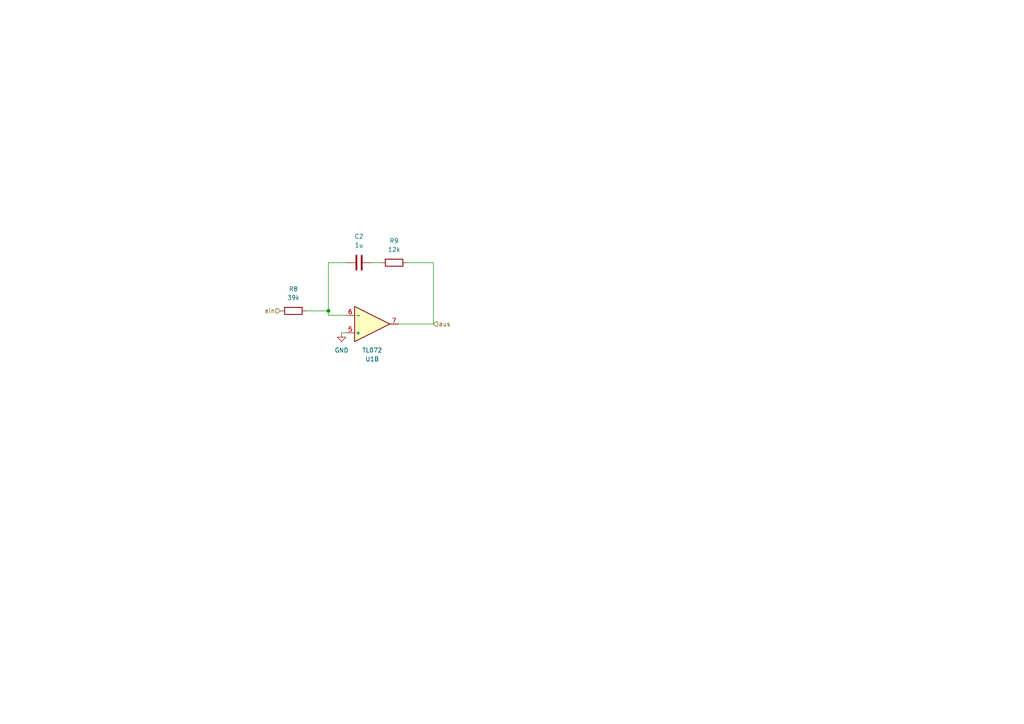
<source format=kicad_sch>
(kicad_sch
	(version 20231120)
	(generator "eeschema")
	(generator_version "8.0")
	(uuid "03811c38-2663-4007-a774-4afa7fa7ba61")
	(paper "A4")
	(lib_symbols
		(symbol "Amplifier_Operational:TL072"
			(pin_names
				(offset 0.127)
			)
			(exclude_from_sim no)
			(in_bom yes)
			(on_board yes)
			(property "Reference" "U"
				(at 0 5.08 0)
				(effects
					(font
						(size 1.27 1.27)
					)
					(justify left)
				)
			)
			(property "Value" "TL072"
				(at 0 -5.08 0)
				(effects
					(font
						(size 1.27 1.27)
					)
					(justify left)
				)
			)
			(property "Footprint" ""
				(at 0 0 0)
				(effects
					(font
						(size 1.27 1.27)
					)
					(hide yes)
				)
			)
			(property "Datasheet" "http://www.ti.com/lit/ds/symlink/tl071.pdf"
				(at 0 0 0)
				(effects
					(font
						(size 1.27 1.27)
					)
					(hide yes)
				)
			)
			(property "Description" "Dual Low-Noise JFET-Input Operational Amplifiers, DIP-8/SOIC-8"
				(at 0 0 0)
				(effects
					(font
						(size 1.27 1.27)
					)
					(hide yes)
				)
			)
			(property "ki_locked" ""
				(at 0 0 0)
				(effects
					(font
						(size 1.27 1.27)
					)
				)
			)
			(property "ki_keywords" "dual opamp"
				(at 0 0 0)
				(effects
					(font
						(size 1.27 1.27)
					)
					(hide yes)
				)
			)
			(property "ki_fp_filters" "SOIC*3.9x4.9mm*P1.27mm* DIP*W7.62mm* TO*99* OnSemi*Micro8* TSSOP*3x3mm*P0.65mm* TSSOP*4.4x3mm*P0.65mm* MSOP*3x3mm*P0.65mm* SSOP*3.9x4.9mm*P0.635mm* LFCSP*2x2mm*P0.5mm* *SIP* SOIC*5.3x6.2mm*P1.27mm*"
				(at 0 0 0)
				(effects
					(font
						(size 1.27 1.27)
					)
					(hide yes)
				)
			)
			(symbol "TL072_1_1"
				(polyline
					(pts
						(xy -5.08 5.08) (xy 5.08 0) (xy -5.08 -5.08) (xy -5.08 5.08)
					)
					(stroke
						(width 0.254)
						(type default)
					)
					(fill
						(type background)
					)
				)
				(pin output line
					(at 7.62 0 180)
					(length 2.54)
					(name "~"
						(effects
							(font
								(size 1.27 1.27)
							)
						)
					)
					(number "1"
						(effects
							(font
								(size 1.27 1.27)
							)
						)
					)
				)
				(pin input line
					(at -7.62 -2.54 0)
					(length 2.54)
					(name "-"
						(effects
							(font
								(size 1.27 1.27)
							)
						)
					)
					(number "2"
						(effects
							(font
								(size 1.27 1.27)
							)
						)
					)
				)
				(pin input line
					(at -7.62 2.54 0)
					(length 2.54)
					(name "+"
						(effects
							(font
								(size 1.27 1.27)
							)
						)
					)
					(number "3"
						(effects
							(font
								(size 1.27 1.27)
							)
						)
					)
				)
			)
			(symbol "TL072_2_1"
				(polyline
					(pts
						(xy -5.08 5.08) (xy 5.08 0) (xy -5.08 -5.08) (xy -5.08 5.08)
					)
					(stroke
						(width 0.254)
						(type default)
					)
					(fill
						(type background)
					)
				)
				(pin input line
					(at -7.62 2.54 0)
					(length 2.54)
					(name "+"
						(effects
							(font
								(size 1.27 1.27)
							)
						)
					)
					(number "5"
						(effects
							(font
								(size 1.27 1.27)
							)
						)
					)
				)
				(pin input line
					(at -7.62 -2.54 0)
					(length 2.54)
					(name "-"
						(effects
							(font
								(size 1.27 1.27)
							)
						)
					)
					(number "6"
						(effects
							(font
								(size 1.27 1.27)
							)
						)
					)
				)
				(pin output line
					(at 7.62 0 180)
					(length 2.54)
					(name "~"
						(effects
							(font
								(size 1.27 1.27)
							)
						)
					)
					(number "7"
						(effects
							(font
								(size 1.27 1.27)
							)
						)
					)
				)
			)
			(symbol "TL072_3_1"
				(pin power_in line
					(at -2.54 -7.62 90)
					(length 3.81)
					(name "V-"
						(effects
							(font
								(size 1.27 1.27)
							)
						)
					)
					(number "4"
						(effects
							(font
								(size 1.27 1.27)
							)
						)
					)
				)
				(pin power_in line
					(at -2.54 7.62 270)
					(length 3.81)
					(name "V+"
						(effects
							(font
								(size 1.27 1.27)
							)
						)
					)
					(number "8"
						(effects
							(font
								(size 1.27 1.27)
							)
						)
					)
				)
			)
		)
		(symbol "Device:C"
			(pin_numbers hide)
			(pin_names
				(offset 0.254)
			)
			(exclude_from_sim no)
			(in_bom yes)
			(on_board yes)
			(property "Reference" "C"
				(at 0.635 2.54 0)
				(effects
					(font
						(size 1.27 1.27)
					)
					(justify left)
				)
			)
			(property "Value" "C"
				(at 0.635 -2.54 0)
				(effects
					(font
						(size 1.27 1.27)
					)
					(justify left)
				)
			)
			(property "Footprint" ""
				(at 0.9652 -3.81 0)
				(effects
					(font
						(size 1.27 1.27)
					)
					(hide yes)
				)
			)
			(property "Datasheet" "~"
				(at 0 0 0)
				(effects
					(font
						(size 1.27 1.27)
					)
					(hide yes)
				)
			)
			(property "Description" "Unpolarized capacitor"
				(at 0 0 0)
				(effects
					(font
						(size 1.27 1.27)
					)
					(hide yes)
				)
			)
			(property "ki_keywords" "cap capacitor"
				(at 0 0 0)
				(effects
					(font
						(size 1.27 1.27)
					)
					(hide yes)
				)
			)
			(property "ki_fp_filters" "C_*"
				(at 0 0 0)
				(effects
					(font
						(size 1.27 1.27)
					)
					(hide yes)
				)
			)
			(symbol "C_0_1"
				(polyline
					(pts
						(xy -2.032 -0.762) (xy 2.032 -0.762)
					)
					(stroke
						(width 0.508)
						(type default)
					)
					(fill
						(type none)
					)
				)
				(polyline
					(pts
						(xy -2.032 0.762) (xy 2.032 0.762)
					)
					(stroke
						(width 0.508)
						(type default)
					)
					(fill
						(type none)
					)
				)
			)
			(symbol "C_1_1"
				(pin passive line
					(at 0 3.81 270)
					(length 2.794)
					(name "~"
						(effects
							(font
								(size 1.27 1.27)
							)
						)
					)
					(number "1"
						(effects
							(font
								(size 1.27 1.27)
							)
						)
					)
				)
				(pin passive line
					(at 0 -3.81 90)
					(length 2.794)
					(name "~"
						(effects
							(font
								(size 1.27 1.27)
							)
						)
					)
					(number "2"
						(effects
							(font
								(size 1.27 1.27)
							)
						)
					)
				)
			)
		)
		(symbol "Device:R"
			(pin_numbers hide)
			(pin_names
				(offset 0)
			)
			(exclude_from_sim no)
			(in_bom yes)
			(on_board yes)
			(property "Reference" "R"
				(at 2.032 0 90)
				(effects
					(font
						(size 1.27 1.27)
					)
				)
			)
			(property "Value" "R"
				(at 0 0 90)
				(effects
					(font
						(size 1.27 1.27)
					)
				)
			)
			(property "Footprint" ""
				(at -1.778 0 90)
				(effects
					(font
						(size 1.27 1.27)
					)
					(hide yes)
				)
			)
			(property "Datasheet" "~"
				(at 0 0 0)
				(effects
					(font
						(size 1.27 1.27)
					)
					(hide yes)
				)
			)
			(property "Description" "Resistor"
				(at 0 0 0)
				(effects
					(font
						(size 1.27 1.27)
					)
					(hide yes)
				)
			)
			(property "ki_keywords" "R res resistor"
				(at 0 0 0)
				(effects
					(font
						(size 1.27 1.27)
					)
					(hide yes)
				)
			)
			(property "ki_fp_filters" "R_*"
				(at 0 0 0)
				(effects
					(font
						(size 1.27 1.27)
					)
					(hide yes)
				)
			)
			(symbol "R_0_1"
				(rectangle
					(start -1.016 -2.54)
					(end 1.016 2.54)
					(stroke
						(width 0.254)
						(type default)
					)
					(fill
						(type none)
					)
				)
			)
			(symbol "R_1_1"
				(pin passive line
					(at 0 3.81 270)
					(length 1.27)
					(name "~"
						(effects
							(font
								(size 1.27 1.27)
							)
						)
					)
					(number "1"
						(effects
							(font
								(size 1.27 1.27)
							)
						)
					)
				)
				(pin passive line
					(at 0 -3.81 90)
					(length 1.27)
					(name "~"
						(effects
							(font
								(size 1.27 1.27)
							)
						)
					)
					(number "2"
						(effects
							(font
								(size 1.27 1.27)
							)
						)
					)
				)
			)
		)
		(symbol "power:GND"
			(power)
			(pin_names
				(offset 0)
			)
			(exclude_from_sim no)
			(in_bom yes)
			(on_board yes)
			(property "Reference" "#PWR"
				(at 0 -6.35 0)
				(effects
					(font
						(size 1.27 1.27)
					)
					(hide yes)
				)
			)
			(property "Value" "GND"
				(at 0 -3.81 0)
				(effects
					(font
						(size 1.27 1.27)
					)
				)
			)
			(property "Footprint" ""
				(at 0 0 0)
				(effects
					(font
						(size 1.27 1.27)
					)
					(hide yes)
				)
			)
			(property "Datasheet" ""
				(at 0 0 0)
				(effects
					(font
						(size 1.27 1.27)
					)
					(hide yes)
				)
			)
			(property "Description" "Power symbol creates a global label with name \"GND\" , ground"
				(at 0 0 0)
				(effects
					(font
						(size 1.27 1.27)
					)
					(hide yes)
				)
			)
			(property "ki_keywords" "global power"
				(at 0 0 0)
				(effects
					(font
						(size 1.27 1.27)
					)
					(hide yes)
				)
			)
			(symbol "GND_0_1"
				(polyline
					(pts
						(xy 0 0) (xy 0 -1.27) (xy 1.27 -1.27) (xy 0 -2.54) (xy -1.27 -1.27) (xy 0 -1.27)
					)
					(stroke
						(width 0)
						(type default)
					)
					(fill
						(type none)
					)
				)
			)
			(symbol "GND_1_1"
				(pin power_in line
					(at 0 0 270)
					(length 0) hide
					(name "GND"
						(effects
							(font
								(size 1.27 1.27)
							)
						)
					)
					(number "1"
						(effects
							(font
								(size 1.27 1.27)
							)
						)
					)
				)
			)
		)
	)
	(junction
		(at 95.25 90.17)
		(diameter 0)
		(color 0 0 0 0)
		(uuid "fdaca874-fc9a-47f9-b1c1-b824b3e29934")
	)
	(wire
		(pts
			(xy 95.25 91.44) (xy 95.25 90.17)
		)
		(stroke
			(width 0)
			(type default)
		)
		(uuid "11713b78-4364-4b16-ab55-b7a78b3e9dea")
	)
	(wire
		(pts
			(xy 100.33 76.2) (xy 95.25 76.2)
		)
		(stroke
			(width 0)
			(type default)
		)
		(uuid "26910262-d7bf-4187-8c25-5a7822c25ed7")
	)
	(wire
		(pts
			(xy 125.73 76.2) (xy 118.11 76.2)
		)
		(stroke
			(width 0)
			(type default)
		)
		(uuid "2f47ff86-845f-4e20-b782-71b70e4577a3")
	)
	(wire
		(pts
			(xy 95.25 90.17) (xy 88.9 90.17)
		)
		(stroke
			(width 0)
			(type default)
		)
		(uuid "39fd86e3-aa04-43d2-84b3-1677dcec6124")
	)
	(wire
		(pts
			(xy 115.57 93.98) (xy 125.73 93.98)
		)
		(stroke
			(width 0)
			(type default)
		)
		(uuid "463fceea-52b4-46a9-bafc-ede5c8603e0e")
	)
	(wire
		(pts
			(xy 125.73 93.98) (xy 125.73 76.2)
		)
		(stroke
			(width 0)
			(type default)
		)
		(uuid "4dcdd664-1451-4680-9bc7-341c20ba6cbd")
	)
	(wire
		(pts
			(xy 99.06 96.52) (xy 100.33 96.52)
		)
		(stroke
			(width 0)
			(type default)
		)
		(uuid "898daa70-92e6-4b75-96b1-a46d8a1fb61c")
	)
	(wire
		(pts
			(xy 95.25 76.2) (xy 95.25 90.17)
		)
		(stroke
			(width 0)
			(type default)
		)
		(uuid "c51c518b-1bb0-48d0-9728-67406fd7c34f")
	)
	(wire
		(pts
			(xy 100.33 91.44) (xy 95.25 91.44)
		)
		(stroke
			(width 0)
			(type default)
		)
		(uuid "d17c6357-1777-4eed-8248-905406bf4bd1")
	)
	(wire
		(pts
			(xy 110.49 76.2) (xy 107.95 76.2)
		)
		(stroke
			(width 0)
			(type default)
		)
		(uuid "fa6b03f0-f7b8-4727-8e02-fbaf6301661e")
	)
	(hierarchical_label "aus"
		(shape input)
		(at 125.73 93.98 0)
		(fields_autoplaced yes)
		(effects
			(font
				(size 1.27 1.27)
			)
			(justify left)
		)
		(uuid "1ba817be-131b-4839-aa92-396f121361c4")
	)
	(hierarchical_label "ein"
		(shape input)
		(at 81.28 90.17 180)
		(fields_autoplaced yes)
		(effects
			(font
				(size 1.27 1.27)
			)
			(justify right)
		)
		(uuid "25fdaa09-c712-4686-887e-84e166b295cc")
	)
	(symbol
		(lib_id "power:GND")
		(at 99.06 96.52 0)
		(unit 1)
		(exclude_from_sim no)
		(in_bom yes)
		(on_board yes)
		(dnp no)
		(fields_autoplaced yes)
		(uuid "0ac7bbb5-5832-4f94-8ea9-a5bbb5749fbe")
		(property "Reference" "#PWR012"
			(at 99.06 102.87 0)
			(effects
				(font
					(size 1.27 1.27)
				)
				(hide yes)
			)
		)
		(property "Value" "GND"
			(at 99.06 101.6 0)
			(effects
				(font
					(size 1.27 1.27)
				)
			)
		)
		(property "Footprint" ""
			(at 99.06 96.52 0)
			(effects
				(font
					(size 1.27 1.27)
				)
				(hide yes)
			)
		)
		(property "Datasheet" ""
			(at 99.06 96.52 0)
			(effects
				(font
					(size 1.27 1.27)
				)
				(hide yes)
			)
		)
		(property "Description" "Power symbol creates a global label with name \"GND\" , ground"
			(at 99.06 96.52 0)
			(effects
				(font
					(size 1.27 1.27)
				)
				(hide yes)
			)
		)
		(pin "1"
			(uuid "45dc1839-889f-45b4-a581-3b2380f38d40")
		)
		(instances
			(project "alles_getrennt"
				(path "/2bfb4d56-aacb-4507-b57e-dbc901fa3ede/a87cc6be-1234-40f6-803d-735417fdea9f"
					(reference "#PWR012")
					(unit 1)
				)
			)
		)
	)
	(symbol
		(lib_id "Device:R")
		(at 85.09 90.17 90)
		(unit 1)
		(exclude_from_sim no)
		(in_bom yes)
		(on_board yes)
		(dnp no)
		(fields_autoplaced yes)
		(uuid "1c0b6ea2-0874-48d6-af91-c7efb80b0c4c")
		(property "Reference" "R8"
			(at 85.09 83.82 90)
			(effects
				(font
					(size 1.27 1.27)
				)
			)
		)
		(property "Value" "39k"
			(at 85.09 86.36 90)
			(effects
				(font
					(size 1.27 1.27)
				)
			)
		)
		(property "Footprint" ""
			(at 85.09 91.948 90)
			(effects
				(font
					(size 1.27 1.27)
				)
				(hide yes)
			)
		)
		(property "Datasheet" "~"
			(at 85.09 90.17 0)
			(effects
				(font
					(size 1.27 1.27)
				)
				(hide yes)
			)
		)
		(property "Description" "Resistor"
			(at 85.09 90.17 0)
			(effects
				(font
					(size 1.27 1.27)
				)
				(hide yes)
			)
		)
		(pin "1"
			(uuid "286a3a7a-8361-4aba-9ffb-eb4f8b73f788")
		)
		(pin "2"
			(uuid "be41e06d-f666-4b3f-9702-719b0f4207a0")
		)
		(instances
			(project "alles_getrennt"
				(path "/2bfb4d56-aacb-4507-b57e-dbc901fa3ede/a87cc6be-1234-40f6-803d-735417fdea9f"
					(reference "R8")
					(unit 1)
				)
			)
		)
	)
	(symbol
		(lib_id "Amplifier_Operational:TL072")
		(at 107.95 93.98 0)
		(mirror x)
		(unit 2)
		(exclude_from_sim no)
		(in_bom yes)
		(on_board yes)
		(dnp no)
		(uuid "41f51d14-fadd-4662-82af-20f409933b51")
		(property "Reference" "U1"
			(at 107.95 104.14 0)
			(effects
				(font
					(size 1.27 1.27)
				)
			)
		)
		(property "Value" "TL072"
			(at 107.95 101.6 0)
			(effects
				(font
					(size 1.27 1.27)
				)
			)
		)
		(property "Footprint" ""
			(at 107.95 93.98 0)
			(effects
				(font
					(size 1.27 1.27)
				)
				(hide yes)
			)
		)
		(property "Datasheet" "http://www.ti.com/lit/ds/symlink/tl071.pdf"
			(at 107.95 93.98 0)
			(effects
				(font
					(size 1.27 1.27)
				)
				(hide yes)
			)
		)
		(property "Description" "Dual Low-Noise JFET-Input Operational Amplifiers, DIP-8/SOIC-8"
			(at 107.95 93.98 0)
			(effects
				(font
					(size 1.27 1.27)
				)
				(hide yes)
			)
		)
		(property "Sim.Library" "TL072-dual.lib"
			(at 107.95 93.98 0)
			(effects
				(font
					(size 1.27 1.27)
				)
				(hide yes)
			)
		)
		(property "Sim.Name" "TL072c"
			(at 107.95 93.98 0)
			(effects
				(font
					(size 1.27 1.27)
				)
				(hide yes)
			)
		)
		(property "Sim.Device" "SUBCKT"
			(at 107.95 93.98 0)
			(effects
				(font
					(size 1.27 1.27)
				)
				(hide yes)
			)
		)
		(property "Sim.Pins" "1=1out 2=1in- 3=1in+ 4=vcc- 5=2in+ 6=2in- 7=2out 8=vcc+"
			(at 107.95 93.98 0)
			(effects
				(font
					(size 1.27 1.27)
				)
				(hide yes)
			)
		)
		(pin "5"
			(uuid "dbe642ed-0afb-4289-8b82-f66055cf7c91")
		)
		(pin "6"
			(uuid "fdff2ce6-b7d4-498b-8e91-5e6397cb297d")
		)
		(pin "2"
			(uuid "cb26eef3-0a0e-41f8-bbd6-d51902a376d1")
		)
		(pin "7"
			(uuid "4b80dadd-aa1f-4162-a0d7-60bca6b2d736")
		)
		(pin "1"
			(uuid "db85d02c-7388-4da4-8721-2b15c6cecaf2")
		)
		(pin "3"
			(uuid "bfa0bcba-d980-4f94-b05c-acf9125cdebd")
		)
		(pin "4"
			(uuid "ce645811-012c-41d0-9ade-1cedd9adcc32")
		)
		(pin "8"
			(uuid "14e029ba-9c60-4feb-8479-453c6d670703")
		)
		(instances
			(project "alles_getrennt"
				(path "/2bfb4d56-aacb-4507-b57e-dbc901fa3ede/a87cc6be-1234-40f6-803d-735417fdea9f"
					(reference "U1")
					(unit 2)
				)
			)
		)
	)
	(symbol
		(lib_id "Device:C")
		(at 104.14 76.2 90)
		(unit 1)
		(exclude_from_sim no)
		(in_bom yes)
		(on_board yes)
		(dnp no)
		(fields_autoplaced yes)
		(uuid "d1568910-836e-4623-9047-421956e63b8c")
		(property "Reference" "C2"
			(at 104.14 68.58 90)
			(effects
				(font
					(size 1.27 1.27)
				)
			)
		)
		(property "Value" "1u"
			(at 104.14 71.12 90)
			(effects
				(font
					(size 1.27 1.27)
				)
			)
		)
		(property "Footprint" ""
			(at 107.95 75.2348 0)
			(effects
				(font
					(size 1.27 1.27)
				)
				(hide yes)
			)
		)
		(property "Datasheet" "~"
			(at 104.14 76.2 0)
			(effects
				(font
					(size 1.27 1.27)
				)
				(hide yes)
			)
		)
		(property "Description" "Unpolarized capacitor"
			(at 104.14 76.2 0)
			(effects
				(font
					(size 1.27 1.27)
				)
				(hide yes)
			)
		)
		(pin "1"
			(uuid "3ed6ceda-b6b2-4b1e-bbb7-f6953d8eeb06")
		)
		(pin "2"
			(uuid "4a4c98e3-15ef-438a-af7f-3fe11d6ed089")
		)
		(instances
			(project "alles_getrennt"
				(path "/2bfb4d56-aacb-4507-b57e-dbc901fa3ede/a87cc6be-1234-40f6-803d-735417fdea9f"
					(reference "C2")
					(unit 1)
				)
			)
		)
	)
	(symbol
		(lib_id "Device:R")
		(at 114.3 76.2 90)
		(unit 1)
		(exclude_from_sim no)
		(in_bom yes)
		(on_board yes)
		(dnp no)
		(fields_autoplaced yes)
		(uuid "e493309c-8718-483a-8d60-eb488d5df82f")
		(property "Reference" "R9"
			(at 114.3 69.85 90)
			(effects
				(font
					(size 1.27 1.27)
				)
			)
		)
		(property "Value" "12k"
			(at 114.3 72.39 90)
			(effects
				(font
					(size 1.27 1.27)
				)
			)
		)
		(property "Footprint" ""
			(at 114.3 77.978 90)
			(effects
				(font
					(size 1.27 1.27)
				)
				(hide yes)
			)
		)
		(property "Datasheet" "~"
			(at 114.3 76.2 0)
			(effects
				(font
					(size 1.27 1.27)
				)
				(hide yes)
			)
		)
		(property "Description" "Resistor"
			(at 114.3 76.2 0)
			(effects
				(font
					(size 1.27 1.27)
				)
				(hide yes)
			)
		)
		(pin "1"
			(uuid "3ecb95ba-a9c2-42e7-9c40-dc57f951ced9")
		)
		(pin "2"
			(uuid "e39a4c1b-f29d-4e05-b625-1885f82c44b4")
		)
		(instances
			(project "alles_getrennt"
				(path "/2bfb4d56-aacb-4507-b57e-dbc901fa3ede/a87cc6be-1234-40f6-803d-735417fdea9f"
					(reference "R9")
					(unit 1)
				)
			)
		)
	)
)
</source>
